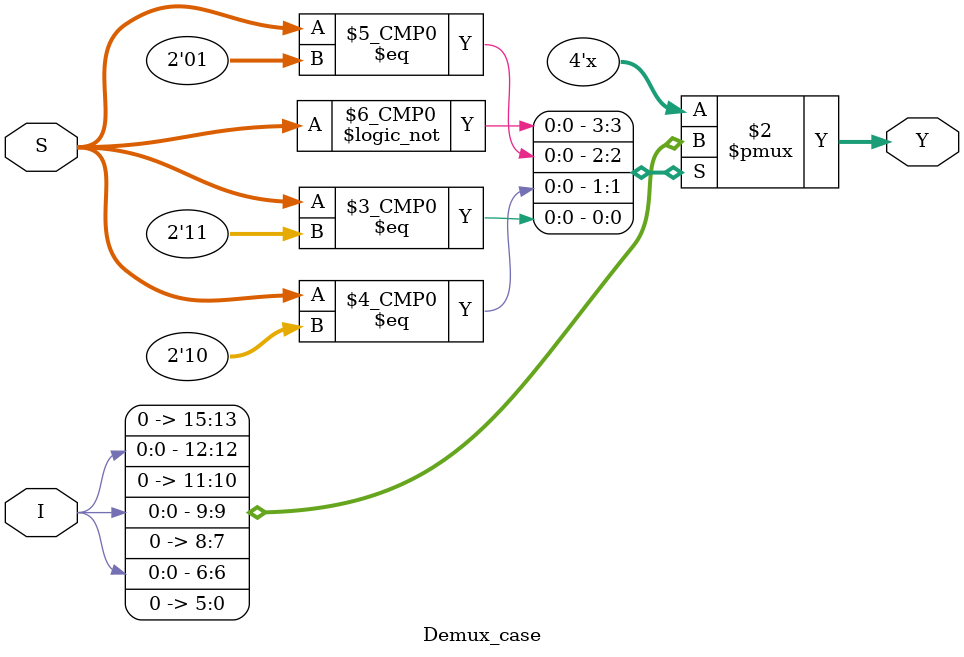
<source format=v>
module Demux_case
(
    input I,
    input [1:0] S,
    output reg [3:0] Y
);

always @(*)
    begin
        case(S)
            2'b00: Y = {3'b000, I};
            2'b01: Y = {2'b00, I, 1'b0};
            2'b10: Y = {1'b0, I, 2'b00};
            2'b11: Y = {3'b000, 1'b0};
            default: Y = {3'b000, I};
        endcase
    end
endmodule
</source>
